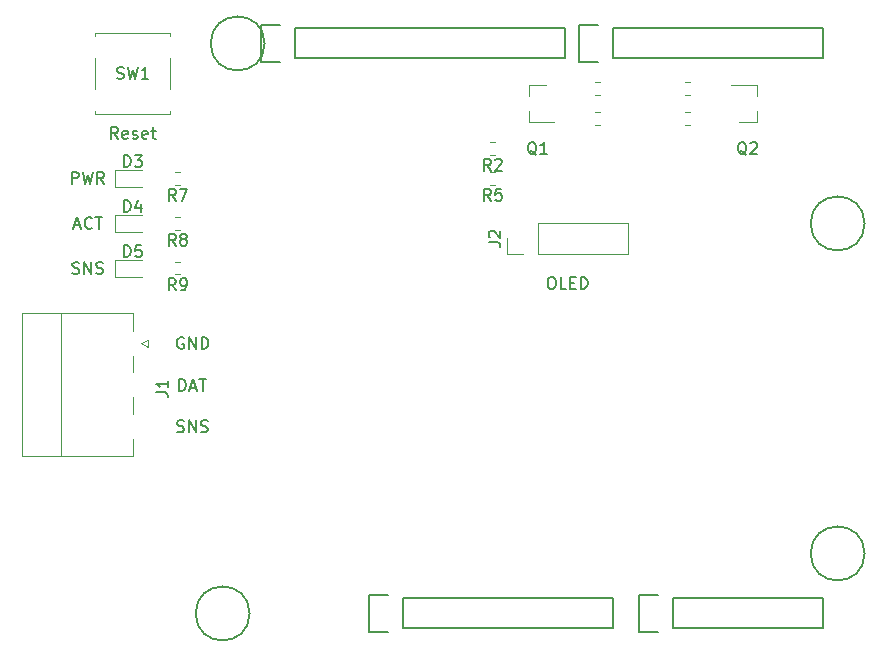
<source format=gbr>
%TF.GenerationSoftware,KiCad,Pcbnew,(5.1.10)-1*%
%TF.CreationDate,2021-10-27T21:18:10-05:00*%
%TF.ProjectId,KVLShield,4b564c53-6869-4656-9c64-2e6b69636164,1.0*%
%TF.SameCoordinates,Original*%
%TF.FileFunction,Legend,Top*%
%TF.FilePolarity,Positive*%
%FSLAX46Y46*%
G04 Gerber Fmt 4.6, Leading zero omitted, Abs format (unit mm)*
G04 Created by KiCad (PCBNEW (5.1.10)-1) date 2021-10-27 21:18:10*
%MOMM*%
%LPD*%
G01*
G04 APERTURE LIST*
%ADD10C,0.150000*%
%ADD11C,0.120000*%
G04 APERTURE END LIST*
D10*
X121281472Y-104988728D02*
X121281472Y-103988728D01*
X121519567Y-103988728D01*
X121662424Y-104036348D01*
X121757662Y-104131586D01*
X121805281Y-104226824D01*
X121852901Y-104417300D01*
X121852901Y-104560157D01*
X121805281Y-104750633D01*
X121757662Y-104845871D01*
X121662424Y-104941109D01*
X121519567Y-104988728D01*
X121281472Y-104988728D01*
X122233853Y-104703014D02*
X122710043Y-104703014D01*
X122138615Y-104988728D02*
X122471948Y-103988728D01*
X122805281Y-104988728D01*
X122995758Y-103988728D02*
X123567186Y-103988728D01*
X123281472Y-104988728D02*
X123281472Y-103988728D01*
X121121803Y-108422957D02*
X121264660Y-108470576D01*
X121502756Y-108470576D01*
X121597994Y-108422957D01*
X121645613Y-108375338D01*
X121693232Y-108280100D01*
X121693232Y-108184862D01*
X121645613Y-108089624D01*
X121597994Y-108042005D01*
X121502756Y-107994386D01*
X121312279Y-107946767D01*
X121217041Y-107899148D01*
X121169422Y-107851529D01*
X121121803Y-107756291D01*
X121121803Y-107661053D01*
X121169422Y-107565815D01*
X121217041Y-107518196D01*
X121312279Y-107470576D01*
X121550375Y-107470576D01*
X121693232Y-107518196D01*
X122121803Y-108470576D02*
X122121803Y-107470576D01*
X122693232Y-108470576D01*
X122693232Y-107470576D01*
X123121803Y-108422957D02*
X123264660Y-108470576D01*
X123502756Y-108470576D01*
X123597994Y-108422957D01*
X123645613Y-108375338D01*
X123693232Y-108280100D01*
X123693232Y-108184862D01*
X123645613Y-108089624D01*
X123597994Y-108042005D01*
X123502756Y-107994386D01*
X123312279Y-107946767D01*
X123217041Y-107899148D01*
X123169422Y-107851529D01*
X123121803Y-107756291D01*
X123121803Y-107661053D01*
X123169422Y-107565815D01*
X123217041Y-107518196D01*
X123312279Y-107470576D01*
X123550375Y-107470576D01*
X123693232Y-107518196D01*
X121666095Y-100465000D02*
X121570857Y-100417380D01*
X121428000Y-100417380D01*
X121285142Y-100465000D01*
X121189904Y-100560238D01*
X121142285Y-100655476D01*
X121094666Y-100845952D01*
X121094666Y-100988809D01*
X121142285Y-101179285D01*
X121189904Y-101274523D01*
X121285142Y-101369761D01*
X121428000Y-101417380D01*
X121523238Y-101417380D01*
X121666095Y-101369761D01*
X121713714Y-101322142D01*
X121713714Y-100988809D01*
X121523238Y-100988809D01*
X122142285Y-101417380D02*
X122142285Y-100417380D01*
X122713714Y-101417380D01*
X122713714Y-100417380D01*
X123189904Y-101417380D02*
X123189904Y-100417380D01*
X123428000Y-100417380D01*
X123570857Y-100465000D01*
X123666095Y-100560238D01*
X123713714Y-100655476D01*
X123761333Y-100845952D01*
X123761333Y-100988809D01*
X123713714Y-101179285D01*
X123666095Y-101274523D01*
X123570857Y-101369761D01*
X123428000Y-101417380D01*
X123189904Y-101417380D01*
X112252285Y-95019761D02*
X112395142Y-95067380D01*
X112633238Y-95067380D01*
X112728476Y-95019761D01*
X112776095Y-94972142D01*
X112823714Y-94876904D01*
X112823714Y-94781666D01*
X112776095Y-94686428D01*
X112728476Y-94638809D01*
X112633238Y-94591190D01*
X112442761Y-94543571D01*
X112347523Y-94495952D01*
X112299904Y-94448333D01*
X112252285Y-94353095D01*
X112252285Y-94257857D01*
X112299904Y-94162619D01*
X112347523Y-94115000D01*
X112442761Y-94067380D01*
X112680857Y-94067380D01*
X112823714Y-94115000D01*
X113252285Y-95067380D02*
X113252285Y-94067380D01*
X113823714Y-95067380D01*
X113823714Y-94067380D01*
X114252285Y-95019761D02*
X114395142Y-95067380D01*
X114633238Y-95067380D01*
X114728476Y-95019761D01*
X114776095Y-94972142D01*
X114823714Y-94876904D01*
X114823714Y-94781666D01*
X114776095Y-94686428D01*
X114728476Y-94638809D01*
X114633238Y-94591190D01*
X114442761Y-94543571D01*
X114347523Y-94495952D01*
X114299904Y-94448333D01*
X114252285Y-94353095D01*
X114252285Y-94257857D01*
X114299904Y-94162619D01*
X114347523Y-94115000D01*
X114442761Y-94067380D01*
X114680857Y-94067380D01*
X114823714Y-94115000D01*
X112418952Y-90971666D02*
X112895142Y-90971666D01*
X112323714Y-91257380D02*
X112657047Y-90257380D01*
X112990380Y-91257380D01*
X113895142Y-91162142D02*
X113847523Y-91209761D01*
X113704666Y-91257380D01*
X113609428Y-91257380D01*
X113466571Y-91209761D01*
X113371333Y-91114523D01*
X113323714Y-91019285D01*
X113276095Y-90828809D01*
X113276095Y-90685952D01*
X113323714Y-90495476D01*
X113371333Y-90400238D01*
X113466571Y-90305000D01*
X113609428Y-90257380D01*
X113704666Y-90257380D01*
X113847523Y-90305000D01*
X113895142Y-90352619D01*
X114180857Y-90257380D02*
X114752285Y-90257380D01*
X114466571Y-91257380D02*
X114466571Y-90257380D01*
X112204666Y-87447380D02*
X112204666Y-86447380D01*
X112585619Y-86447380D01*
X112680857Y-86495000D01*
X112728476Y-86542619D01*
X112776095Y-86637857D01*
X112776095Y-86780714D01*
X112728476Y-86875952D01*
X112680857Y-86923571D01*
X112585619Y-86971190D01*
X112204666Y-86971190D01*
X113109428Y-86447380D02*
X113347523Y-87447380D01*
X113538000Y-86733095D01*
X113728476Y-87447380D01*
X113966571Y-86447380D01*
X114918952Y-87447380D02*
X114585619Y-86971190D01*
X114347523Y-87447380D02*
X114347523Y-86447380D01*
X114728476Y-86447380D01*
X114823714Y-86495000D01*
X114871333Y-86542619D01*
X114918952Y-86637857D01*
X114918952Y-86780714D01*
X114871333Y-86875952D01*
X114823714Y-86923571D01*
X114728476Y-86971190D01*
X114347523Y-86971190D01*
X152725619Y-95337380D02*
X152916095Y-95337380D01*
X153011333Y-95385000D01*
X153106571Y-95480238D01*
X153154190Y-95670714D01*
X153154190Y-96004047D01*
X153106571Y-96194523D01*
X153011333Y-96289761D01*
X152916095Y-96337380D01*
X152725619Y-96337380D01*
X152630380Y-96289761D01*
X152535142Y-96194523D01*
X152487523Y-96004047D01*
X152487523Y-95670714D01*
X152535142Y-95480238D01*
X152630380Y-95385000D01*
X152725619Y-95337380D01*
X154058952Y-96337380D02*
X153582761Y-96337380D01*
X153582761Y-95337380D01*
X154392285Y-95813571D02*
X154725619Y-95813571D01*
X154868476Y-96337380D02*
X154392285Y-96337380D01*
X154392285Y-95337380D01*
X154868476Y-95337380D01*
X155297047Y-96337380D02*
X155297047Y-95337380D01*
X155535142Y-95337380D01*
X155678000Y-95385000D01*
X155773238Y-95480238D01*
X155820857Y-95575476D01*
X155868476Y-95765952D01*
X155868476Y-95908809D01*
X155820857Y-96099285D01*
X155773238Y-96194523D01*
X155678000Y-96289761D01*
X155535142Y-96337380D01*
X155297047Y-96337380D01*
X116109904Y-83637380D02*
X115776571Y-83161190D01*
X115538476Y-83637380D02*
X115538476Y-82637380D01*
X115919428Y-82637380D01*
X116014666Y-82685000D01*
X116062285Y-82732619D01*
X116109904Y-82827857D01*
X116109904Y-82970714D01*
X116062285Y-83065952D01*
X116014666Y-83113571D01*
X115919428Y-83161190D01*
X115538476Y-83161190D01*
X116919428Y-83589761D02*
X116824190Y-83637380D01*
X116633714Y-83637380D01*
X116538476Y-83589761D01*
X116490857Y-83494523D01*
X116490857Y-83113571D01*
X116538476Y-83018333D01*
X116633714Y-82970714D01*
X116824190Y-82970714D01*
X116919428Y-83018333D01*
X116967047Y-83113571D01*
X116967047Y-83208809D01*
X116490857Y-83304047D01*
X117348000Y-83589761D02*
X117443238Y-83637380D01*
X117633714Y-83637380D01*
X117728952Y-83589761D01*
X117776571Y-83494523D01*
X117776571Y-83446904D01*
X117728952Y-83351666D01*
X117633714Y-83304047D01*
X117490857Y-83304047D01*
X117395619Y-83256428D01*
X117348000Y-83161190D01*
X117348000Y-83113571D01*
X117395619Y-83018333D01*
X117490857Y-82970714D01*
X117633714Y-82970714D01*
X117728952Y-83018333D01*
X118586095Y-83589761D02*
X118490857Y-83637380D01*
X118300380Y-83637380D01*
X118205142Y-83589761D01*
X118157523Y-83494523D01*
X118157523Y-83113571D01*
X118205142Y-83018333D01*
X118300380Y-82970714D01*
X118490857Y-82970714D01*
X118586095Y-83018333D01*
X118633714Y-83113571D01*
X118633714Y-83208809D01*
X118157523Y-83304047D01*
X118919428Y-82970714D02*
X119300380Y-82970714D01*
X119062285Y-82637380D02*
X119062285Y-83494523D01*
X119109904Y-83589761D01*
X119205142Y-83637380D01*
X119300380Y-83637380D01*
D11*
%TO.C,SW1*%
X114198000Y-74905000D02*
X114198000Y-74655000D01*
X114198000Y-74655000D02*
X120498000Y-74655000D01*
X120498000Y-74655000D02*
X120498000Y-74905000D01*
X114198000Y-79405000D02*
X114198000Y-76805000D01*
X120498000Y-81305000D02*
X120498000Y-81555000D01*
X120498000Y-81555000D02*
X114198000Y-81555000D01*
X114198000Y-81555000D02*
X114198000Y-81305000D01*
X120498000Y-76805000D02*
X120498000Y-79405000D01*
%TO.C,R9*%
X121395258Y-95097500D02*
X120920742Y-95097500D01*
X121395258Y-94052500D02*
X120920742Y-94052500D01*
%TO.C,D5*%
X118148000Y-93880000D02*
X115863000Y-93880000D01*
X115863000Y-93880000D02*
X115863000Y-95350000D01*
X115863000Y-95350000D02*
X118148000Y-95350000D01*
%TO.C,D4*%
X118148000Y-90070000D02*
X115863000Y-90070000D01*
X115863000Y-90070000D02*
X115863000Y-91540000D01*
X115863000Y-91540000D02*
X118148000Y-91540000D01*
%TO.C,D3*%
X118148000Y-86260000D02*
X115863000Y-86260000D01*
X115863000Y-86260000D02*
X115863000Y-87730000D01*
X115863000Y-87730000D02*
X118148000Y-87730000D01*
%TO.C,J1*%
X117388000Y-98405000D02*
X107968000Y-98405000D01*
X107968000Y-98405000D02*
X107968000Y-110525000D01*
X107968000Y-110525000D02*
X117388000Y-110525000D01*
X117388000Y-98405000D02*
X117388000Y-99915000D01*
X117388000Y-110525000D02*
X117388000Y-109015000D01*
X117388000Y-102015000D02*
X117388000Y-103415000D01*
X117388000Y-105515000D02*
X117388000Y-106915000D01*
X111278000Y-98405000D02*
X111278000Y-110525000D01*
X118678000Y-101265000D02*
X118078000Y-100965000D01*
X118078000Y-100965000D02*
X118678000Y-100665000D01*
X118678000Y-100665000D02*
X118678000Y-101265000D01*
%TO.C,J2*%
X159318000Y-93405000D02*
X159318000Y-90745000D01*
X151638000Y-93405000D02*
X159318000Y-93405000D01*
X151638000Y-90745000D02*
X159318000Y-90745000D01*
X151638000Y-93405000D02*
X151638000Y-90745000D01*
X150368000Y-93405000D02*
X149038000Y-93405000D01*
X149038000Y-93405000D02*
X149038000Y-92075000D01*
%TO.C,Q2*%
X170178000Y-82225000D02*
X170178000Y-81295000D01*
X170178000Y-79065000D02*
X170178000Y-79995000D01*
X170178000Y-79065000D02*
X168018000Y-79065000D01*
X170178000Y-82225000D02*
X168718000Y-82225000D01*
%TO.C,Q1*%
X150878000Y-79065000D02*
X150878000Y-79995000D01*
X150878000Y-82225000D02*
X150878000Y-81295000D01*
X150878000Y-82225000D02*
X153038000Y-82225000D01*
X150878000Y-79065000D02*
X152338000Y-79065000D01*
%TO.C,R8*%
X121395258Y-91327500D02*
X120920742Y-91327500D01*
X121395258Y-90282500D02*
X120920742Y-90282500D01*
%TO.C,R7*%
X121395258Y-87517500D02*
X120920742Y-87517500D01*
X121395258Y-86472500D02*
X120920742Y-86472500D01*
%TO.C,R6*%
X164100742Y-78852500D02*
X164575258Y-78852500D01*
X164100742Y-79897500D02*
X164575258Y-79897500D01*
%TO.C,R5*%
X148065258Y-87517500D02*
X147590742Y-87517500D01*
X148065258Y-86472500D02*
X147590742Y-86472500D01*
%TO.C,R4*%
X164100742Y-81392500D02*
X164575258Y-81392500D01*
X164100742Y-82437500D02*
X164575258Y-82437500D01*
%TO.C,R3*%
X156955258Y-82437500D02*
X156480742Y-82437500D01*
X156955258Y-81392500D02*
X156480742Y-81392500D01*
%TO.C,R2*%
X148065258Y-84977500D02*
X147590742Y-84977500D01*
X148065258Y-83932500D02*
X147590742Y-83932500D01*
%TO.C,R1*%
X156955258Y-79897500D02*
X156480742Y-79897500D01*
X156955258Y-78852500D02*
X156480742Y-78852500D01*
D10*
%TO.C,P1*%
X140208000Y-125095000D02*
X157988000Y-125095000D01*
X157988000Y-125095000D02*
X157988000Y-122555000D01*
X157988000Y-122555000D02*
X140208000Y-122555000D01*
X137388000Y-125375000D02*
X138938000Y-125375000D01*
X140208000Y-125095000D02*
X140208000Y-122555000D01*
X138938000Y-122275000D02*
X137388000Y-122275000D01*
X137388000Y-122275000D02*
X137388000Y-125375000D01*
%TO.C,P2*%
X163068000Y-125095000D02*
X175768000Y-125095000D01*
X175768000Y-125095000D02*
X175768000Y-122555000D01*
X175768000Y-122555000D02*
X163068000Y-122555000D01*
X160248000Y-125375000D02*
X161798000Y-125375000D01*
X163068000Y-125095000D02*
X163068000Y-122555000D01*
X161798000Y-122275000D02*
X160248000Y-122275000D01*
X160248000Y-122275000D02*
X160248000Y-125375000D01*
%TO.C,P3*%
X131064000Y-76835000D02*
X153924000Y-76835000D01*
X153924000Y-76835000D02*
X153924000Y-74295000D01*
X153924000Y-74295000D02*
X131064000Y-74295000D01*
X128244000Y-77115000D02*
X129794000Y-77115000D01*
X131064000Y-76835000D02*
X131064000Y-74295000D01*
X129794000Y-74015000D02*
X128244000Y-74015000D01*
X128244000Y-74015000D02*
X128244000Y-77115000D01*
%TO.C,P4*%
X157988000Y-76835000D02*
X175768000Y-76835000D01*
X175768000Y-76835000D02*
X175768000Y-74295000D01*
X175768000Y-74295000D02*
X157988000Y-74295000D01*
X155168000Y-77115000D02*
X156718000Y-77115000D01*
X157988000Y-76835000D02*
X157988000Y-74295000D01*
X156718000Y-74015000D02*
X155168000Y-74015000D01*
X155168000Y-74015000D02*
X155168000Y-77115000D01*
%TO.C,P5*%
X127254000Y-123825000D02*
G75*
G03*
X127254000Y-123825000I-2286000J0D01*
G01*
%TO.C,P6*%
X179324000Y-118745000D02*
G75*
G03*
X179324000Y-118745000I-2286000J0D01*
G01*
%TO.C,P7*%
X128524000Y-75565000D02*
G75*
G03*
X128524000Y-75565000I-2286000J0D01*
G01*
%TO.C,P8*%
X179324000Y-90805000D02*
G75*
G03*
X179324000Y-90805000I-2286000J0D01*
G01*
%TO.C,SW1*%
X116014666Y-78509761D02*
X116157523Y-78557380D01*
X116395619Y-78557380D01*
X116490857Y-78509761D01*
X116538476Y-78462142D01*
X116586095Y-78366904D01*
X116586095Y-78271666D01*
X116538476Y-78176428D01*
X116490857Y-78128809D01*
X116395619Y-78081190D01*
X116205142Y-78033571D01*
X116109904Y-77985952D01*
X116062285Y-77938333D01*
X116014666Y-77843095D01*
X116014666Y-77747857D01*
X116062285Y-77652619D01*
X116109904Y-77605000D01*
X116205142Y-77557380D01*
X116443238Y-77557380D01*
X116586095Y-77605000D01*
X116919428Y-77557380D02*
X117157523Y-78557380D01*
X117348000Y-77843095D01*
X117538476Y-78557380D01*
X117776571Y-77557380D01*
X118681333Y-78557380D02*
X118109904Y-78557380D01*
X118395619Y-78557380D02*
X118395619Y-77557380D01*
X118300380Y-77700238D01*
X118205142Y-77795476D01*
X118109904Y-77843095D01*
%TO.C,R9*%
X120991333Y-96457380D02*
X120658000Y-95981190D01*
X120419904Y-96457380D02*
X120419904Y-95457380D01*
X120800857Y-95457380D01*
X120896095Y-95505000D01*
X120943714Y-95552619D01*
X120991333Y-95647857D01*
X120991333Y-95790714D01*
X120943714Y-95885952D01*
X120896095Y-95933571D01*
X120800857Y-95981190D01*
X120419904Y-95981190D01*
X121467523Y-96457380D02*
X121658000Y-96457380D01*
X121753238Y-96409761D01*
X121800857Y-96362142D01*
X121896095Y-96219285D01*
X121943714Y-96028809D01*
X121943714Y-95647857D01*
X121896095Y-95552619D01*
X121848476Y-95505000D01*
X121753238Y-95457380D01*
X121562761Y-95457380D01*
X121467523Y-95505000D01*
X121419904Y-95552619D01*
X121372285Y-95647857D01*
X121372285Y-95885952D01*
X121419904Y-95981190D01*
X121467523Y-96028809D01*
X121562761Y-96076428D01*
X121753238Y-96076428D01*
X121848476Y-96028809D01*
X121896095Y-95981190D01*
X121943714Y-95885952D01*
%TO.C,D5*%
X116609904Y-93637380D02*
X116609904Y-92637380D01*
X116848000Y-92637380D01*
X116990857Y-92685000D01*
X117086095Y-92780238D01*
X117133714Y-92875476D01*
X117181333Y-93065952D01*
X117181333Y-93208809D01*
X117133714Y-93399285D01*
X117086095Y-93494523D01*
X116990857Y-93589761D01*
X116848000Y-93637380D01*
X116609904Y-93637380D01*
X118086095Y-92637380D02*
X117609904Y-92637380D01*
X117562285Y-93113571D01*
X117609904Y-93065952D01*
X117705142Y-93018333D01*
X117943238Y-93018333D01*
X118038476Y-93065952D01*
X118086095Y-93113571D01*
X118133714Y-93208809D01*
X118133714Y-93446904D01*
X118086095Y-93542142D01*
X118038476Y-93589761D01*
X117943238Y-93637380D01*
X117705142Y-93637380D01*
X117609904Y-93589761D01*
X117562285Y-93542142D01*
%TO.C,D4*%
X116609904Y-89827380D02*
X116609904Y-88827380D01*
X116848000Y-88827380D01*
X116990857Y-88875000D01*
X117086095Y-88970238D01*
X117133714Y-89065476D01*
X117181333Y-89255952D01*
X117181333Y-89398809D01*
X117133714Y-89589285D01*
X117086095Y-89684523D01*
X116990857Y-89779761D01*
X116848000Y-89827380D01*
X116609904Y-89827380D01*
X118038476Y-89160714D02*
X118038476Y-89827380D01*
X117800380Y-88779761D02*
X117562285Y-89494047D01*
X118181333Y-89494047D01*
%TO.C,D3*%
X116609904Y-86017380D02*
X116609904Y-85017380D01*
X116848000Y-85017380D01*
X116990857Y-85065000D01*
X117086095Y-85160238D01*
X117133714Y-85255476D01*
X117181333Y-85445952D01*
X117181333Y-85588809D01*
X117133714Y-85779285D01*
X117086095Y-85874523D01*
X116990857Y-85969761D01*
X116848000Y-86017380D01*
X116609904Y-86017380D01*
X117514666Y-85017380D02*
X118133714Y-85017380D01*
X117800380Y-85398333D01*
X117943238Y-85398333D01*
X118038476Y-85445952D01*
X118086095Y-85493571D01*
X118133714Y-85588809D01*
X118133714Y-85826904D01*
X118086095Y-85922142D01*
X118038476Y-85969761D01*
X117943238Y-86017380D01*
X117657523Y-86017380D01*
X117562285Y-85969761D01*
X117514666Y-85922142D01*
%TO.C,J1*%
X119340380Y-105108333D02*
X120054666Y-105108333D01*
X120197523Y-105155952D01*
X120292761Y-105251190D01*
X120340380Y-105394047D01*
X120340380Y-105489285D01*
X120340380Y-104108333D02*
X120340380Y-104679761D01*
X120340380Y-104394047D02*
X119340380Y-104394047D01*
X119483238Y-104489285D01*
X119578476Y-104584523D01*
X119626095Y-104679761D01*
%TO.C,J2*%
X147490380Y-92408333D02*
X148204666Y-92408333D01*
X148347523Y-92455952D01*
X148442761Y-92551190D01*
X148490380Y-92694047D01*
X148490380Y-92789285D01*
X147585619Y-91979761D02*
X147538000Y-91932142D01*
X147490380Y-91836904D01*
X147490380Y-91598809D01*
X147538000Y-91503571D01*
X147585619Y-91455952D01*
X147680857Y-91408333D01*
X147776095Y-91408333D01*
X147918952Y-91455952D01*
X148490380Y-92027380D01*
X148490380Y-91408333D01*
%TO.C,Q2*%
X169322761Y-85002619D02*
X169227523Y-84955000D01*
X169132285Y-84859761D01*
X168989428Y-84716904D01*
X168894190Y-84669285D01*
X168798952Y-84669285D01*
X168846571Y-84907380D02*
X168751333Y-84859761D01*
X168656095Y-84764523D01*
X168608476Y-84574047D01*
X168608476Y-84240714D01*
X168656095Y-84050238D01*
X168751333Y-83955000D01*
X168846571Y-83907380D01*
X169037047Y-83907380D01*
X169132285Y-83955000D01*
X169227523Y-84050238D01*
X169275142Y-84240714D01*
X169275142Y-84574047D01*
X169227523Y-84764523D01*
X169132285Y-84859761D01*
X169037047Y-84907380D01*
X168846571Y-84907380D01*
X169656095Y-84002619D02*
X169703714Y-83955000D01*
X169798952Y-83907380D01*
X170037047Y-83907380D01*
X170132285Y-83955000D01*
X170179904Y-84002619D01*
X170227523Y-84097857D01*
X170227523Y-84193095D01*
X170179904Y-84335952D01*
X169608476Y-84907380D01*
X170227523Y-84907380D01*
%TO.C,Q1*%
X151542761Y-85002619D02*
X151447523Y-84955000D01*
X151352285Y-84859761D01*
X151209428Y-84716904D01*
X151114190Y-84669285D01*
X151018952Y-84669285D01*
X151066571Y-84907380D02*
X150971333Y-84859761D01*
X150876095Y-84764523D01*
X150828476Y-84574047D01*
X150828476Y-84240714D01*
X150876095Y-84050238D01*
X150971333Y-83955000D01*
X151066571Y-83907380D01*
X151257047Y-83907380D01*
X151352285Y-83955000D01*
X151447523Y-84050238D01*
X151495142Y-84240714D01*
X151495142Y-84574047D01*
X151447523Y-84764523D01*
X151352285Y-84859761D01*
X151257047Y-84907380D01*
X151066571Y-84907380D01*
X152447523Y-84907380D02*
X151876095Y-84907380D01*
X152161809Y-84907380D02*
X152161809Y-83907380D01*
X152066571Y-84050238D01*
X151971333Y-84145476D01*
X151876095Y-84193095D01*
%TO.C,R8*%
X120991333Y-92687380D02*
X120658000Y-92211190D01*
X120419904Y-92687380D02*
X120419904Y-91687380D01*
X120800857Y-91687380D01*
X120896095Y-91735000D01*
X120943714Y-91782619D01*
X120991333Y-91877857D01*
X120991333Y-92020714D01*
X120943714Y-92115952D01*
X120896095Y-92163571D01*
X120800857Y-92211190D01*
X120419904Y-92211190D01*
X121562761Y-92115952D02*
X121467523Y-92068333D01*
X121419904Y-92020714D01*
X121372285Y-91925476D01*
X121372285Y-91877857D01*
X121419904Y-91782619D01*
X121467523Y-91735000D01*
X121562761Y-91687380D01*
X121753238Y-91687380D01*
X121848476Y-91735000D01*
X121896095Y-91782619D01*
X121943714Y-91877857D01*
X121943714Y-91925476D01*
X121896095Y-92020714D01*
X121848476Y-92068333D01*
X121753238Y-92115952D01*
X121562761Y-92115952D01*
X121467523Y-92163571D01*
X121419904Y-92211190D01*
X121372285Y-92306428D01*
X121372285Y-92496904D01*
X121419904Y-92592142D01*
X121467523Y-92639761D01*
X121562761Y-92687380D01*
X121753238Y-92687380D01*
X121848476Y-92639761D01*
X121896095Y-92592142D01*
X121943714Y-92496904D01*
X121943714Y-92306428D01*
X121896095Y-92211190D01*
X121848476Y-92163571D01*
X121753238Y-92115952D01*
%TO.C,R7*%
X120991333Y-88877380D02*
X120658000Y-88401190D01*
X120419904Y-88877380D02*
X120419904Y-87877380D01*
X120800857Y-87877380D01*
X120896095Y-87925000D01*
X120943714Y-87972619D01*
X120991333Y-88067857D01*
X120991333Y-88210714D01*
X120943714Y-88305952D01*
X120896095Y-88353571D01*
X120800857Y-88401190D01*
X120419904Y-88401190D01*
X121324666Y-87877380D02*
X121991333Y-87877380D01*
X121562761Y-88877380D01*
%TO.C,R5*%
X147661333Y-88877380D02*
X147328000Y-88401190D01*
X147089904Y-88877380D02*
X147089904Y-87877380D01*
X147470857Y-87877380D01*
X147566095Y-87925000D01*
X147613714Y-87972619D01*
X147661333Y-88067857D01*
X147661333Y-88210714D01*
X147613714Y-88305952D01*
X147566095Y-88353571D01*
X147470857Y-88401190D01*
X147089904Y-88401190D01*
X148566095Y-87877380D02*
X148089904Y-87877380D01*
X148042285Y-88353571D01*
X148089904Y-88305952D01*
X148185142Y-88258333D01*
X148423238Y-88258333D01*
X148518476Y-88305952D01*
X148566095Y-88353571D01*
X148613714Y-88448809D01*
X148613714Y-88686904D01*
X148566095Y-88782142D01*
X148518476Y-88829761D01*
X148423238Y-88877380D01*
X148185142Y-88877380D01*
X148089904Y-88829761D01*
X148042285Y-88782142D01*
%TO.C,R2*%
X147661333Y-86337380D02*
X147328000Y-85861190D01*
X147089904Y-86337380D02*
X147089904Y-85337380D01*
X147470857Y-85337380D01*
X147566095Y-85385000D01*
X147613714Y-85432619D01*
X147661333Y-85527857D01*
X147661333Y-85670714D01*
X147613714Y-85765952D01*
X147566095Y-85813571D01*
X147470857Y-85861190D01*
X147089904Y-85861190D01*
X148042285Y-85432619D02*
X148089904Y-85385000D01*
X148185142Y-85337380D01*
X148423238Y-85337380D01*
X148518476Y-85385000D01*
X148566095Y-85432619D01*
X148613714Y-85527857D01*
X148613714Y-85623095D01*
X148566095Y-85765952D01*
X147994666Y-86337380D01*
X148613714Y-86337380D01*
%TD*%
M02*

</source>
